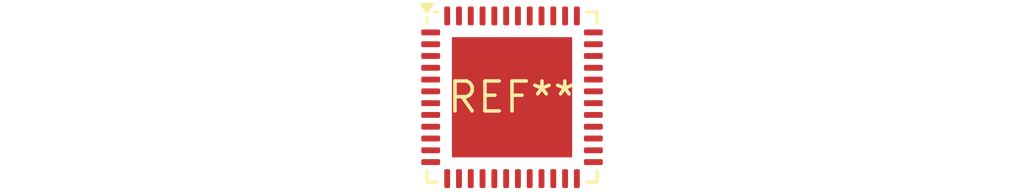
<source format=kicad_pcb>
(kicad_pcb (version 20240108) (generator pcbnew)
  (layers (0 "F.Cu" signal) (31 "B.Cu" signal) (34 "B.Paste" user) (35 "F.Paste" user) (36 "B.SilkS" user "B.Silkscreen") (37 "F.SilkS" user "F.Silkscreen") (38 "B.Mask" user) (39 "F.Mask" user) (44 "Edge.Cuts" user))
  (net 0 "")
  (footprint "QFN-48-1EP_7x7mm_P0.5mm_EP5.1x5.1mm" (layer "F.Cu") (at 0 0)
    (property "Reference" "REF**")
    (property "Value" "QFN-48-1EP_7x7mm_P0.5mm_EP5.1x5.1mm")
    (fp_line (start -3.61 -3.135) (end -3.61 -3.37) (layer "F.SilkS") (stroke (width 0.12)))
    (fp_line (start -3.61 3.61) (end -3.61 3.135) (layer "F.SilkS") (stroke (width 0.12)))
    (fp_line (start -3.135 -3.61) (end -3.31 -3.61) (layer "F.SilkS") (stroke (width 0.12)))
    (fp_line (start -3.135 3.61) (end -3.61 3.61) (layer "F.SilkS") (stroke (width 0.12)))
    (fp_line (start 3.135 -3.61) (end 3.61 -3.61) (layer "F.SilkS") (stroke (width 0.12)))
    (fp_line (start 3.135 3.61) (end 3.61 3.61) (layer "F.SilkS") (stroke (width 0.12)))
    (fp_line (start 3.61 -3.61) (end 3.61 -3.135) (layer "F.SilkS") (stroke (width 0.12)))
    (fp_line (start 3.61 3.61) (end 3.61 3.135) (layer "F.SilkS") (stroke (width 0.12)))
    (fp_poly (pts (xy -3.61 -3.61) (xy -3.85 -3.94) (xy -3.37 -3.94) (xy -3.61 -3.61)) (layer "F.SilkS") (stroke (width 0.12)) (fill solid))
    (pad "1" smd roundrect (at -3.45 -2.75) (size 0.8 0.25) (layers "F.Cu" "F.Paste" "F.Mask"))
    (pad "2" smd roundrect (at -3.45 -2.25) (size 0.8 0.25) (layers "F.Cu" "F.Paste" "F.Mask"))
    (pad "3" smd roundrect (at -3.45 -1.75) (size 0.8 0.25) (layers "F.Cu" "F.Paste" "F.Mask"))
    (pad "4" smd roundrect (at -3.45 -1.25) (size 0.8 0.25) (layers "F.Cu" "F.Paste" "F.Mask"))
    (pad "5" smd roundrect (at -3.45 -0.75) (size 0.8 0.25) (layers "F.Cu" "F.Paste" "F.Mask"))
    (pad "6" smd roundrect (at -3.45 -0.25) (size 0.8 0.25) (layers "F.Cu" "F.Paste" "F.Mask"))
    (pad "7" smd roundrect (at -3.45 0.25) (size 0.8 0.25) (layers "F.Cu" "F.Paste" "F.Mask"))
    (pad "8" smd roundrect (at -3.45 0.75) (size 0.8 0.25) (layers "F.Cu" "F.Paste" "F.Mask"))
    (pad "9" smd roundrect (at -3.45 1.25) (size 0.8 0.25) (layers "F.Cu" "F.Paste" "F.Mask"))
    (pad "10" smd roundrect (at -3.45 1.75) (size 0.8 0.25) (layers "F.Cu" "F.Paste" "F.Mask"))
    (pad "11" smd roundrect (at -3.45 2.25) (size 0.8 0.25) (layers "F.Cu" "F.Paste" "F.Mask"))
    (pad "12" smd roundrect (at -3.45 2.75) (size 0.8 0.25) (layers "F.Cu" "F.Paste" "F.Mask"))
    (pad "13" smd roundrect (at -2.75 3.45) (size 0.25 0.8) (layers "F.Cu" "F.Paste" "F.Mask"))
    (pad "14" smd roundrect (at -2.25 3.45) (size 0.25 0.8) (layers "F.Cu" "F.Paste" "F.Mask"))
    (pad "15" smd roundrect (at -1.75 3.45) (size 0.25 0.8) (layers "F.Cu" "F.Paste" "F.Mask"))
    (pad "16" smd roundrect (at -1.25 3.45) (size 0.25 0.8) (layers "F.Cu" "F.Paste" "F.Mask"))
    (pad "17" smd roundrect (at -0.75 3.45) (size 0.25 0.8) (layers "F.Cu" "F.Paste" "F.Mask"))
    (pad "18" smd roundrect (at -0.25 3.45) (size 0.25 0.8) (layers "F.Cu" "F.Paste" "F.Mask"))
    (pad "19" smd roundrect (at 0.25 3.45) (size 0.25 0.8) (layers "F.Cu" "F.Paste" "F.Mask"))
    (pad "20" smd roundrect (at 0.75 3.45) (size 0.25 0.8) (layers "F.Cu" "F.Paste" "F.Mask"))
    (pad "21" smd roundrect (at 1.25 3.45) (size 0.25 0.8) (layers "F.Cu" "F.Paste" "F.Mask"))
    (pad "22" smd roundrect (at 1.75 3.45) (size 0.25 0.8) (layers "F.Cu" "F.Paste" "F.Mask"))
    (pad "23" smd roundrect (at 2.25 3.45) (size 0.25 0.8) (layers "F.Cu" "F.Paste" "F.Mask"))
    (pad "24" smd roundrect (at 2.75 3.45) (size 0.25 0.8) (layers "F.Cu" "F.Paste" "F.Mask"))
    (pad "25" smd roundrect (at 3.45 2.75) (size 0.8 0.25) (layers "F.Cu" "F.Paste" "F.Mask"))
    (pad "26" smd roundrect (at 3.45 2.25) (size 0.8 0.25) (layers "F.Cu" "F.Paste" "F.Mask"))
    (pad "27" smd roundrect (at 3.45 1.75) (size 0.8 0.25) (layers "F.Cu" "F.Paste" "F.Mask"))
    (pad "28" smd roundrect (at 3.45 1.25) (size 0.8 0.25) (layers "F.Cu" "F.Paste" "F.Mask"))
    (pad "29" smd roundrect (at 3.45 0.75) (size 0.8 0.25) (layers "F.Cu" "F.Paste" "F.Mask"))
    (pad "30" smd roundrect (at 3.45 0.25) (size 0.8 0.25) (layers "F.Cu" "F.Paste" "F.Mask"))
    (pad "31" smd roundrect (at 3.45 -0.25) (size 0.8 0.25) (layers "F.Cu" "F.Paste" "F.Mask"))
    (pad "32" smd roundrect (at 3.45 -0.75) (size 0.8 0.25) (layers "F.Cu" "F.Paste" "F.Mask"))
    (pad "33" smd roundrect (at 3.45 -1.25) (size 0.8 0.25) (layers "F.Cu" "F.Paste" "F.Mask"))
    (pad "34" smd roundrect (at 3.45 -1.75) (size 0.8 0.25) (layers "F.Cu" "F.Paste" "F.Mask"))
    (pad "35" smd roundrect (at 3.45 -2.25) (size 0.8 0.25) (layers "F.Cu" "F.Paste" "F.Mask"))
    (pad "36" smd roundrect (at 3.45 -2.75) (size 0.8 0.25) (layers "F.Cu" "F.Paste" "F.Mask"))
    (pad "37" smd roundrect (at 2.75 -3.45) (size 0.25 0.8) (layers "F.Cu" "F.Paste" "F.Mask"))
    (pad "38" smd roundrect (at 2.25 -3.45) (size 0.25 0.8) (layers "F.Cu" "F.Paste" "F.Mask"))
    (pad "39" smd roundrect (at 1.75 -3.45) (size 0.25 0.8) (layers "F.Cu" "F.Paste" "F.Mask"))
    (pad "40" smd roundrect (at 1.25 -3.45) (size 0.25 0.8) (layers "F.Cu" "F.Paste" "F.Mask"))
    (pad "41" smd roundrect (at 0.75 -3.45) (size 0.25 0.8) (layers "F.Cu" "F.Paste" "F.Mask"))
    (pad "42" smd roundrect (at 0.25 -3.45) (size 0.25 0.8) (layers "F.Cu" "F.Paste" "F.Mask"))
    (pad "43" smd roundrect (at -0.25 -3.45) (size 0.25 0.8) (layers "F.Cu" "F.Paste" "F.Mask"))
    (pad "44" smd roundrect (at -0.75 -3.45) (size 0.25 0.8) (layers "F.Cu" "F.Paste" "F.Mask"))
    (pad "45" smd roundrect (at -1.25 -3.45) (size 0.25 0.8) (layers "F.Cu" "F.Paste" "F.Mask"))
    (pad "46" smd roundrect (at -1.75 -3.45) (size 0.25 0.8) (layers "F.Cu" "F.Paste" "F.Mask"))
    (pad "47" smd roundrect (at -2.25 -3.45) (size 0.25 0.8) (layers "F.Cu" "F.Paste" "F.Mask"))
    (pad "48" smd roundrect (at -2.75 -3.45) (size 0.25 0.8) (layers "F.Cu" "F.Paste" "F.Mask"))
    (pad "49" smd rect (at 0 0) (size 5.1 5.1) (property pad_prop_heatsink) (layers "F.Cu" "F.Mask"))
  )
)
</source>
